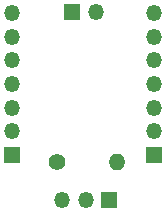
<source format=gbs>
%TF.GenerationSoftware,KiCad,Pcbnew,(5.1.12-1-10_14)*%
%TF.CreationDate,2021-12-06T02:25:41+01:00*%
%TF.ProjectId,contraddictionLamp_signals,636f6e74-7261-4646-9469-6374696f6e4c,1*%
%TF.SameCoordinates,Original*%
%TF.FileFunction,Soldermask,Bot*%
%TF.FilePolarity,Negative*%
%FSLAX46Y46*%
G04 Gerber Fmt 4.6, Leading zero omitted, Abs format (unit mm)*
G04 Created by KiCad (PCBNEW (5.1.12-1-10_14)) date 2021-12-06 02:25:41*
%MOMM*%
%LPD*%
G01*
G04 APERTURE LIST*
%ADD10O,1.400000X1.400000*%
%ADD11C,1.400000*%
%ADD12O,1.350000X1.350000*%
%ADD13R,1.350000X1.350000*%
G04 APERTURE END LIST*
D10*
%TO.C,R1*%
X116205000Y-92075000D03*
D11*
X111125000Y-92075000D03*
%TD*%
D12*
%TO.C,J4*%
X111570000Y-95250000D03*
X113570000Y-95250000D03*
D13*
X115570000Y-95250000D03*
%TD*%
D12*
%TO.C,J3*%
X119380000Y-79440000D03*
X119380000Y-81440000D03*
X119380000Y-83440000D03*
X119380000Y-85440000D03*
X119380000Y-87440000D03*
X119380000Y-89440000D03*
D13*
X119380000Y-91440000D03*
%TD*%
D12*
%TO.C,J2*%
X114395000Y-79375000D03*
D13*
X112395000Y-79375000D03*
%TD*%
D12*
%TO.C,J1*%
X107315000Y-79440000D03*
X107315000Y-81440000D03*
X107315000Y-83440000D03*
X107315000Y-85440000D03*
X107315000Y-87440000D03*
X107315000Y-89440000D03*
D13*
X107315000Y-91440000D03*
%TD*%
M02*

</source>
